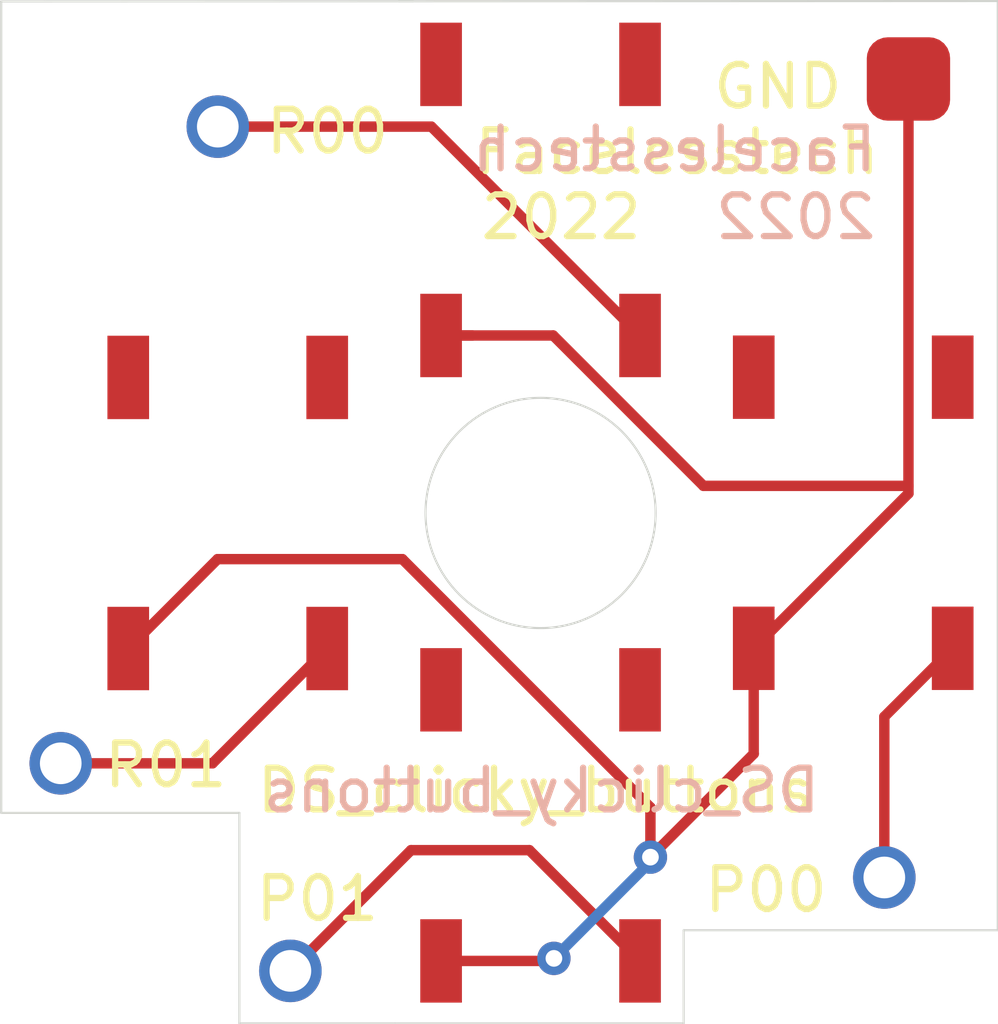
<source format=kicad_pcb>
(kicad_pcb (version 20171130) (host pcbnew 5.1.9+dfsg1-1)

  (general
    (thickness 1.6)
    (drawings 17)
    (tracks 28)
    (zones 0)
    (modules 9)
    (nets 6)
  )

  (page A4)
  (layers
    (0 F.Cu signal)
    (31 B.Cu signal)
    (32 B.Adhes user)
    (33 F.Adhes user)
    (34 B.Paste user)
    (35 F.Paste user)
    (36 B.SilkS user)
    (37 F.SilkS user)
    (38 B.Mask user)
    (39 F.Mask user)
    (40 Dwgs.User user)
    (41 Cmts.User user)
    (42 Eco1.User user)
    (43 Eco2.User user)
    (44 Edge.Cuts user)
    (45 Margin user)
    (46 B.CrtYd user)
    (47 F.CrtYd user)
    (48 B.Fab user)
    (49 F.Fab user)
  )

  (setup
    (last_trace_width 0.25)
    (trace_clearance 0.2)
    (zone_clearance 0.508)
    (zone_45_only no)
    (trace_min 0.2)
    (via_size 0.8)
    (via_drill 0.4)
    (via_min_size 0.4)
    (via_min_drill 0.3)
    (uvia_size 0.3)
    (uvia_drill 0.1)
    (uvias_allowed no)
    (uvia_min_size 0.2)
    (uvia_min_drill 0.1)
    (edge_width 0.05)
    (segment_width 0.2)
    (pcb_text_width 0.3)
    (pcb_text_size 1.5 1.5)
    (mod_edge_width 0.12)
    (mod_text_size 1 1)
    (mod_text_width 0.15)
    (pad_size 1.524 1.524)
    (pad_drill 0.762)
    (pad_to_mask_clearance 0)
    (aux_axis_origin 0 0)
    (visible_elements FFFFFF7F)
    (pcbplotparams
      (layerselection 0x010f0_ffffffff)
      (usegerberextensions false)
      (usegerberattributes true)
      (usegerberadvancedattributes true)
      (creategerberjobfile true)
      (excludeedgelayer true)
      (linewidth 0.100000)
      (plotframeref false)
      (viasonmask false)
      (mode 1)
      (useauxorigin false)
      (hpglpennumber 1)
      (hpglpenspeed 20)
      (hpglpendiameter 15.000000)
      (psnegative false)
      (psa4output false)
      (plotreference true)
      (plotvalue true)
      (plotinvisibletext false)
      (padsonsilk false)
      (subtractmaskfromsilk false)
      (outputformat 1)
      (mirror false)
      (drillshape 0)
      (scaleselection 1)
      (outputdirectory "gerbers/"))
  )

  (net 0 "")
  (net 1 "Net-(SW1-Pad2)")
  (net 2 "Net-(SW2-Pad2)")
  (net 3 "Net-(SW3-Pad2)")
  (net 4 "Net-(SW4-Pad2)")
  (net 5 "Net-(SW1-Pad1)")

  (net_class Default "This is the default net class."
    (clearance 0.2)
    (trace_width 0.25)
    (via_dia 0.8)
    (via_drill 0.4)
    (uvia_dia 0.3)
    (uvia_drill 0.1)
    (add_net "Net-(SW1-Pad1)")
    (add_net "Net-(SW1-Pad2)")
    (add_net "Net-(SW2-Pad2)")
    (add_net "Net-(SW3-Pad2)")
    (add_net "Net-(SW4-Pad2)")
  )

  (module buttons_custom:gba_sp_buttons (layer F.Cu) (tedit 628D5894) (tstamp 628DEE09)
    (at 150.57628 95.54972)
    (path /6263EFD8)
    (fp_text reference SW4 (at 0.04064 7.19328) (layer F.SilkS) hide
      (effects (font (size 1 1) (thickness 0.15)))
    )
    (fp_text value SW_Push (at -0.08636 -8.70204) (layer F.Fab) hide
      (effects (font (size 1 1) (thickness 0.15)))
    )
    (pad 3 smd rect (at -2.3876 -3.2512) (size 1 2) (layers F.Cu F.Paste F.Mask))
    (pad 4 smd rect (at 2.3876 -3.2512) (size 1 2) (layers F.Cu F.Paste F.Mask))
    (pad 2 smd rect (at 2.3876 3.2512) (size 1 2) (layers F.Cu F.Paste F.Mask)
      (net 4 "Net-(SW4-Pad2)"))
    (pad 1 smd rect (at -2.3876 3.2512) (size 1 2) (layers F.Cu F.Paste F.Mask)
      (net 5 "Net-(SW1-Pad1)"))
  )

  (module buttons_custom:gba_sp_buttons (layer F.Cu) (tedit 628D5894) (tstamp 628DEF2D)
    (at 143.07312 88.04656)
    (path /6263C6C3)
    (fp_text reference SW1 (at 0.04064 7.19328) (layer F.SilkS) hide
      (effects (font (size 1 1) (thickness 0.15)))
    )
    (fp_text value SW_Push (at -0.08636 -8.70204) (layer F.Fab) hide
      (effects (font (size 1 1) (thickness 0.15)))
    )
    (pad 3 smd rect (at -2.3876 -3.2512) (size 1 2) (layers F.Cu F.Paste F.Mask))
    (pad 4 smd rect (at 2.3876 -3.2512) (size 1 2) (layers F.Cu F.Paste F.Mask))
    (pad 2 smd rect (at 2.3876 3.2512) (size 1 2) (layers F.Cu F.Paste F.Mask)
      (net 1 "Net-(SW1-Pad2)"))
    (pad 1 smd rect (at -2.3876 3.2512) (size 1 2) (layers F.Cu F.Paste F.Mask)
      (net 5 "Net-(SW1-Pad1)"))
  )

  (module custom_connectors:1mm_test_point (layer F.Cu) (tedit 6263D0F5) (tstamp 628F3B5C)
    (at 135.32612 86.29904)
    (path /6263DA01)
    (fp_text reference R00 (at 2.63144 0.10668) (layer F.SilkS)
      (effects (font (size 1 1) (thickness 0.15)))
    )
    (fp_text value TestPoint (at 0.01524 -2.55524) (layer F.Fab) hide
      (effects (font (size 1 1) (thickness 0.15)))
    )
    (pad 1 thru_hole circle (at 0 -0.01016) (size 1.5 1.5) (drill 1) (layers *.Cu *.Mask)
      (net 1 "Net-(SW1-Pad2)"))
  )

  (module custom_connectors:1mm_test_point (layer F.Cu) (tedit 6263D0F5) (tstamp 626429D3)
    (at 131.55676 101.56952)
    (path /6263F566)
    (fp_text reference R01 (at 2.51968 0.03556) (layer F.SilkS)
      (effects (font (size 1 1) (thickness 0.15)))
    )
    (fp_text value TestPoint (at 0.01524 -2.55524) (layer F.Fab) hide
      (effects (font (size 1 1) (thickness 0.15)))
    )
    (pad 1 thru_hole circle (at 0 -0.01016) (size 1.5 1.5) (drill 1) (layers *.Cu *.Mask)
      (net 2 "Net-(SW2-Pad2)"))
  )

  (module custom_connectors:1mm_test_point (layer F.Cu) (tedit 6263D0F5) (tstamp 628DF76B)
    (at 151.32304 104.30764)
    (path /6263F7DC)
    (fp_text reference P00 (at -2.83972 0.28956) (layer F.SilkS)
      (effects (font (size 1 1) (thickness 0.15)))
    )
    (fp_text value TestPoint (at 0.01524 -2.55524) (layer F.Fab) hide
      (effects (font (size 1 1) (thickness 0.15)))
    )
    (pad 1 thru_hole circle (at 0 -0.01016) (size 1.5 1.5) (drill 1) (layers *.Cu *.Mask)
      (net 4 "Net-(SW4-Pad2)"))
  )

  (module custom_connectors:1mm_test_point (layer F.Cu) (tedit 6263D0F5) (tstamp 628DE661)
    (at 137.06856 106.54792)
    (path /6263FA1F)
    (fp_text reference P01 (at 0.64516 -1.73736) (layer F.SilkS)
      (effects (font (size 1 1) (thickness 0.15)))
    )
    (fp_text value TestPoint (at 0.01524 -2.55524) (layer F.Fab) hide
      (effects (font (size 1 1) (thickness 0.15)))
    )
    (pad 1 thru_hole circle (at 0 -0.01016) (size 1.5 1.5) (drill 1) (layers *.Cu *.Mask)
      (net 3 "Net-(SW3-Pad2)"))
  )

  (module buttons_custom:gba_sp_buttons (layer F.Cu) (tedit 628D5894) (tstamp 628DED66)
    (at 143.07312 103.0478)
    (path /6263DE48)
    (fp_text reference SW3 (at 0.04064 7.19328) (layer F.SilkS) hide
      (effects (font (size 1 1) (thickness 0.15)))
    )
    (fp_text value SW_Push (at -0.08636 -8.70204) (layer F.Fab) hide
      (effects (font (size 1 1) (thickness 0.15)))
    )
    (pad 3 smd rect (at -2.3876 -3.2512) (size 1 2) (layers F.Cu F.Paste F.Mask))
    (pad 4 smd rect (at 2.3876 -3.2512) (size 1 2) (layers F.Cu F.Paste F.Mask))
    (pad 2 smd rect (at 2.3876 3.2512) (size 1 2) (layers F.Cu F.Paste F.Mask)
      (net 3 "Net-(SW3-Pad2)"))
    (pad 1 smd rect (at -2.3876 3.2512) (size 1 2) (layers F.Cu F.Paste F.Mask)
      (net 5 "Net-(SW1-Pad1)"))
  )

  (module buttons_custom:gba_sp_buttons (layer F.Cu) (tedit 628D5894) (tstamp 628DEEB7)
    (at 135.56488 95.5548)
    (path /6263E8B4)
    (fp_text reference SW2 (at 0.04064 7.19328) (layer F.SilkS) hide
      (effects (font (size 1 1) (thickness 0.15)))
    )
    (fp_text value SW_Push (at -0.08636 -8.70204) (layer F.Fab) hide
      (effects (font (size 1 1) (thickness 0.15)))
    )
    (pad 3 smd rect (at -2.3876 -3.2512) (size 1 2) (layers F.Cu F.Paste F.Mask))
    (pad 4 smd rect (at 2.3876 -3.2512) (size 1 2) (layers F.Cu F.Paste F.Mask))
    (pad 2 smd rect (at 2.3876 3.2512) (size 1 2) (layers F.Cu F.Paste F.Mask)
      (net 2 "Net-(SW2-Pad2)"))
    (pad 1 smd rect (at -2.3876 3.2512) (size 1 2) (layers F.Cu F.Paste F.Mask)
      (net 5 "Net-(SW1-Pad1)"))
  )

  (module custom_connectors:2mm_test_point_smd (layer F.Cu) (tedit 628F3AA0) (tstamp 628F3AF2)
    (at 151.90216 85.15604)
    (path /62648377)
    (fp_text reference GND (at -3.13436 0.17272) (layer F.SilkS)
      (effects (font (size 1 1) (thickness 0.15)))
    )
    (fp_text value TestPoint (at 0.01524 -2.55524) (layer F.Fab) hide
      (effects (font (size 1 1) (thickness 0.15)))
    )
    (pad 1 smd roundrect (at 0 -0.01016) (size 2 2) (layers F.Cu F.Paste F.Mask) (roundrect_rratio 0.25)
      (net 5 "Net-(SW1-Pad1)"))
  )

  (gr_line (start 130.12928 102.74808) (end 130.12928 83.2866) (layer Edge.Cuts) (width 0.05))
  (gr_line (start 139.58316 107.7976) (end 135.84428 107.7976) (layer Edge.Cuts) (width 0.05))
  (gr_line (start 135.84428 102.74808) (end 130.12928 102.74808) (layer Edge.Cuts) (width 0.05))
  (gr_line (start 135.84428 107.78744) (end 135.84428 102.74808) (layer Edge.Cuts) (width 0.05))
  (gr_line (start 130.1242 83.2866) (end 154.051 83.27644) (layer Edge.Cuts) (width 0.05))
  (gr_line (start 154.04592 105.5624) (end 154.04592 83.27644) (layer Edge.Cuts) (width 0.05))
  (gr_line (start 146.5072 105.5624) (end 154.04592 105.5624) (layer Edge.Cuts) (width 0.05))
  (gr_line (start 146.5072 107.7976) (end 146.5072 105.5624) (layer Edge.Cuts) (width 0.05))
  (gr_line (start 139.58316 107.7976) (end 146.5072 107.7976) (layer Edge.Cuts) (width 0.05))
  (gr_line (start 139.66952 83.28152) (end 140.01496 83.28152) (layer Edge.Cuts) (width 0.05))
  (gr_circle (center 143.07312 95.5548) (end 145.83156 95.4278) (layer Edge.Cuts) (width 0.05) (tstamp 628DECF9))
  (gr_text 2022 (at 149.19452 88.45804) (layer B.SilkS) (tstamp 62645DD9)
    (effects (font (size 1 1) (thickness 0.15)) (justify mirror))
  )
  (gr_text DS_clicky_buttons (at 143.09344 102.2096) (layer B.SilkS) (tstamp 62645DD4)
    (effects (font (size 1 1) (thickness 0.15)) (justify mirror))
  )
  (gr_text Facelesstech (at 146.2786 86.83244) (layer B.SilkS) (tstamp 62645DCF)
    (effects (font (size 1 1) (thickness 0.15)) (justify mirror))
  )
  (gr_text DS_clicky_buttons (at 142.95628 102.2096) (layer F.SilkS)
    (effects (font (size 1 1) (thickness 0.15)))
  )
  (gr_text Facelesstech (at 146.34972 86.89848) (layer F.SilkS)
    (effects (font (size 1 1) (thickness 0.15)))
  )
  (gr_text 2022 (at 143.56588 88.45804) (layer F.SilkS)
    (effects (font (size 1 1) (thickness 0.15)))
  )

  (segment (start 140.45184 86.28888) (end 145.46072 91.29776) (width 0.25) (layer F.Cu) (net 1))
  (segment (start 135.32612 86.28888) (end 140.45184 86.28888) (width 0.25) (layer F.Cu) (net 1))
  (segment (start 135.19912 101.55936) (end 137.95248 98.806) (width 0.25) (layer F.Cu) (net 2))
  (segment (start 131.55676 101.55936) (end 135.19912 101.55936) (width 0.25) (layer F.Cu) (net 2))
  (segment (start 137.06856 106.53776) (end 139.96416 103.64216) (width 0.25) (layer F.Cu) (net 3))
  (segment (start 142.80388 103.64216) (end 145.46072 106.299) (width 0.25) (layer F.Cu) (net 3))
  (segment (start 139.96416 103.64216) (end 142.80388 103.64216) (width 0.25) (layer F.Cu) (net 3))
  (segment (start 151.32304 100.44176) (end 152.96388 98.80092) (width 0.25) (layer F.Cu) (net 4))
  (segment (start 151.32304 104.29748) (end 151.32304 100.44176) (width 0.25) (layer F.Cu) (net 4))
  (segment (start 140.68552 91.29776) (end 141.43552 91.29776) (width 0.25) (layer F.Cu) (net 5))
  (segment (start 151.90216 95.08744) (end 148.18868 98.80092) (width 0.25) (layer F.Cu) (net 5))
  (segment (start 146.982518 94.90456) (end 151.90216 94.90456) (width 0.25) (layer F.Cu) (net 5))
  (segment (start 143.375718 91.29776) (end 146.982518 94.90456) (width 0.25) (layer F.Cu) (net 5))
  (segment (start 140.68552 91.29776) (end 143.375718 91.29776) (width 0.25) (layer F.Cu) (net 5))
  (segment (start 151.90216 94.90456) (end 151.90216 95.08744) (width 0.25) (layer F.Cu) (net 5))
  (segment (start 151.90216 85.14588) (end 151.90216 94.90456) (width 0.25) (layer F.Cu) (net 5))
  (via (at 143.39316 106.23804) (size 0.8) (drill 0.4) (layers F.Cu B.Cu) (net 5))
  (segment (start 143.3322 106.299) (end 143.39316 106.23804) (width 0.25) (layer F.Cu) (net 5))
  (segment (start 140.68552 106.299) (end 143.3322 106.299) (width 0.25) (layer F.Cu) (net 5))
  (via (at 145.70964 103.8098) (size 0.8) (drill 0.4) (layers F.Cu B.Cu) (net 5))
  (segment (start 145.70964 103.92156) (end 145.70964 103.8098) (width 0.25) (layer B.Cu) (net 5))
  (segment (start 143.39316 106.23804) (end 145.70964 103.92156) (width 0.25) (layer B.Cu) (net 5))
  (segment (start 148.18868 101.33076) (end 148.18868 98.80092) (width 0.25) (layer F.Cu) (net 5))
  (segment (start 145.70964 103.8098) (end 148.18868 101.33076) (width 0.25) (layer F.Cu) (net 5))
  (segment (start 145.70964 103.8098) (end 145.70964 102.616) (width 0.25) (layer F.Cu) (net 5))
  (segment (start 145.70964 102.616) (end 139.75588 96.66224) (width 0.25) (layer F.Cu) (net 5))
  (segment (start 135.32104 96.66224) (end 133.236814 98.746466) (width 0.25) (layer F.Cu) (net 5))
  (segment (start 139.75588 96.66224) (end 135.32104 96.66224) (width 0.25) (layer F.Cu) (net 5))

)

</source>
